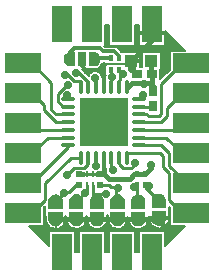
<source format=gtl>
G04 DipTrace 2.4.0.2*
%INPCA9685.gtl*%
%MOMM*%
%ADD10C,0.25*%
%ADD13C,0.152*%
%ADD14C,0.3*%
%ADD15C,0.4*%
%ADD17C,0.305*%
%ADD18C,0.127*%
%ADD19C,0.33*%
%ADD21R,1.1X1.0*%
%ADD22R,0.9X0.7*%
%ADD23R,1.7X1.6*%
%ADD24R,1.7X2.032*%
%ADD25R,1.6X1.7*%
%ADD26R,2.032X1.7*%
%ADD27R,0.7X0.9*%
%ADD29R,0.525X0.5*%
%ADD30R,0.25X0.5*%
%ADD32R,0.4X0.5*%
%ADD37O,1.2X0.3*%
%ADD38O,0.3X1.2*%
%ADD39R,4.15X4.15*%
%ADD40C,0.711*%
%ADD43R,0.737X1.2*%
%ADD44C,0.711*%
%FSLAX53Y53*%
G04*
G71*
G90*
G75*
G01*
%LNTop*%
%LPD*%
X20319Y22833D2*
D10*
X21473D1*
X21536Y22896D1*
X16669Y24533D2*
X16614D1*
Y25119D1*
X16610Y25124D1*
Y25289D1*
X15265Y16203D2*
X14951D1*
X14358Y15611D1*
X14037D1*
X13999Y15573D1*
X13251Y14825D1*
X13999Y15520D2*
Y15573D1*
X16019Y24533D2*
Y24976D1*
X15259Y25737D1*
X15024D1*
X15905Y16203D2*
Y15729D1*
X15897Y15722D1*
X15008Y14832D1*
X15767Y15501D2*
X15897Y15722D1*
X15369Y24533D2*
Y25007D1*
X14853D1*
X14342Y25518D1*
X14034D1*
X16405Y16203D2*
Y15478D1*
Y15157D1*
X16754Y14808D1*
X17501Y15478D2*
X16405D1*
X14319Y23483D2*
Y23720D1*
X14244Y23796D1*
X17040Y16203D2*
X17748D1*
X17944Y16007D1*
X18393D1*
Y14945D1*
X18503Y14835D1*
X18521Y15996D2*
Y16007D1*
X18393D1*
X14319Y22833D2*
X13904D1*
X13433Y23304D1*
Y23889D1*
X14222Y24678D1*
X14283D1*
X20164Y16184D2*
Y16072D1*
Y14906D1*
X20251Y14819D1*
X19889Y16072D2*
X20164D1*
X20319Y23483D2*
X20363D1*
X20677Y23797D1*
X20864Y16184D2*
Y16005D1*
X21999Y14870D1*
X21207Y16141D2*
X20864Y16005D1*
X19269Y24533D2*
D14*
X19412D1*
D15*
X19719Y24840D1*
X20712D1*
X21279D1*
X21536Y24583D1*
Y24196D1*
X21417Y25604D2*
Y24315D1*
X21536Y24196D1*
X21359Y26730D2*
Y25662D1*
X21417Y25604D1*
X20735Y24745D2*
X20712Y24840D1*
X17319Y18533D2*
D14*
Y17587D1*
D15*
Y17383D1*
X17040Y17103D1*
X16730D1*
D10*
X16405D1*
X15905D1*
X15580D1*
D15*
X15265D1*
X17040D2*
X17384D1*
X17754Y16734D1*
X19527D1*
X19919Y17126D1*
X20106D1*
X20164Y17184D1*
X20864D1*
X21309Y17875D2*
Y17628D1*
X20864Y17184D1*
X17919Y20918D2*
Y20933D1*
X17319Y21533D1*
X14319Y22183D2*
D10*
X13302D1*
X12911Y22574D1*
Y24869D1*
X11270Y26510D1*
X14319Y21533D2*
X13271D1*
X12256Y22548D1*
Y22984D1*
X11270Y23970D1*
X14319Y20883D2*
X11817D1*
X11270Y21430D1*
X14319Y20233D2*
X12613D1*
X11270Y18890D1*
X14319Y19583D2*
Y19399D1*
X11270Y16350D1*
X15369Y18533D2*
X14533D1*
X12373Y16374D1*
Y14913D1*
X11270Y13810D1*
X16019Y18533D2*
Y18032D1*
X15636Y17648D1*
X14803D1*
X14214Y17060D1*
X16669Y18533D2*
X16651Y17852D1*
X17969Y18533D2*
Y17626D1*
X18153Y17443D1*
X18619Y18533D2*
Y17983D1*
X18984Y17619D1*
X19655D1*
X20042Y18006D1*
X19971Y18077D1*
X19269Y18533D2*
Y18953D1*
X22056D1*
X22336Y18673D1*
Y17769D1*
X22877Y17229D1*
Y14903D1*
X23970Y13810D1*
X20319Y19583D2*
X22196D1*
X22884Y18895D1*
Y17821D1*
X24356Y16350D1*
X23970D1*
X20319Y20233D2*
X22627D1*
X23970Y18890D1*
X20319Y20883D2*
X23423D1*
X23970Y21430D1*
X20319Y21533D2*
X22150D1*
X22707Y22091D1*
Y22707D1*
X23970Y23970D1*
X20319Y22183D2*
X20992D1*
X21096Y22078D1*
X22028D1*
X22187Y22237D1*
Y24727D1*
X23970Y26510D1*
X18616Y25969D2*
Y25778D1*
X18720Y25673D1*
Y25112D1*
X18593Y24984D1*
Y24533D1*
X18619D1*
X18976Y25608D2*
X18720Y25673D1*
X17916Y25969D2*
Y25348D1*
Y24586D1*
X17969Y24533D1*
X18068Y25348D2*
X17916D1*
X21430Y29050D2*
D15*
Y28501D1*
X19659Y26730D1*
Y26062D1*
X20117Y25604D1*
X13251Y13337D2*
X15001D1*
X15008Y13344D1*
X16729D1*
X16754Y13319D1*
X18475D1*
X18503Y13347D1*
X20235D1*
X20251Y13331D1*
X21948D1*
X21999Y13382D1*
Y13137D1*
X22815Y12321D1*
Y12230D1*
X17319Y24533D2*
D17*
Y25673D1*
X17037Y25955D1*
X15858D1*
X15446Y26367D1*
Y26863D1*
X15506D1*
X17178Y25959D2*
X17319D1*
Y25673D1*
X19757Y26012D2*
D15*
X19659Y26062D1*
Y26730D2*
D13*
Y26467D1*
X17614D1*
X17105Y25959D1*
X17178D1*
X18616Y26969D2*
D17*
Y27161D1*
X18232Y27545D1*
X17248D1*
X16990Y27803D1*
X14841D1*
X14361Y27324D1*
Y26863D1*
X14414D1*
X17916Y26969D2*
X16704D1*
X16598Y26863D1*
D44*
X17178Y25959D3*
X19757Y26012D3*
X20735Y24745D3*
X20677Y23797D3*
X18068Y25348D3*
X18976Y25608D3*
X16610Y25289D3*
X15024Y25737D3*
X14034Y25518D3*
X14244Y23796D3*
X14283Y24678D3*
X14214Y17060D3*
X18153Y17443D3*
X19971Y18077D3*
X16651Y17852D3*
X22815Y12230D3*
X19889Y16072D3*
X21207Y16141D3*
X18521Y15996D3*
X13999Y15520D3*
X15767Y15501D3*
X17501Y15478D3*
X21309Y17875D3*
X17449Y29595D2*
D13*
X17791D1*
X19988D2*
X20330D1*
X17449Y29447D2*
X17791D1*
X19988D2*
X20330D1*
X17449Y29298D2*
X17791D1*
X19988D2*
X20330D1*
X17449Y29149D2*
X17791D1*
X19988D2*
X20330D1*
X22529D2*
X22620D1*
X17449Y29001D2*
X17791D1*
X19988D2*
X20330D1*
X22529D2*
X22769D1*
X17449Y28852D2*
X17791D1*
X19988D2*
X20330D1*
X22529D2*
X22919D1*
X17449Y28703D2*
X17791D1*
X19988D2*
X20330D1*
X22529D2*
X23069D1*
X17449Y28555D2*
X17791D1*
X19988D2*
X20330D1*
X22529D2*
X23216D1*
X17449Y28406D2*
X17791D1*
X19988D2*
X20330D1*
X22529D2*
X23366D1*
X17449Y28257D2*
X17791D1*
X19988D2*
X20330D1*
X22529D2*
X23513D1*
X17449Y28109D2*
X17791D1*
X19988D2*
X20330D1*
X22529D2*
X23662D1*
X17394Y27960D2*
X23812D1*
X18527Y27811D2*
X23959D1*
X18677Y27663D2*
X24109D1*
X18824Y27514D2*
X22921D1*
X20458Y27365D2*
X20561D1*
X22159D2*
X22921D1*
X20458Y27217D2*
X20561D1*
X22159D2*
X22921D1*
X20458Y27068D2*
X20561D1*
X22159D2*
X22921D1*
X20458Y26919D2*
X20561D1*
X22159D2*
X22921D1*
X20458Y26771D2*
X20561D1*
X22159D2*
X22921D1*
X20458Y26622D2*
X20561D1*
X22159D2*
X22921D1*
X17212Y26473D2*
X18860D1*
X20458D2*
X20561D1*
X22159D2*
X22921D1*
X17133Y26325D2*
X17466D1*
X20458D2*
X20561D1*
X22159D2*
X22921D1*
X16941Y26176D2*
X17466D1*
X22159D2*
X22921D1*
X16449Y26027D2*
X17466D1*
X22159D2*
X22921D1*
X15639Y25879D2*
X17466D1*
X22116D2*
X22817D1*
X15789Y25730D2*
X16203D1*
X17017D2*
X17466D1*
X22116D2*
X22667D1*
X15936Y25581D2*
X16084D1*
X17138D2*
X17466D1*
X22116D2*
X22518D1*
X17197Y25433D2*
X17468D1*
X22116D2*
X22370D1*
X22116Y25284D2*
X22221D1*
X12319Y13539D2*
X12403D1*
X12319Y13391D2*
X12403D1*
X12319Y13242D2*
X12403D1*
X12319Y13093D2*
X12431D1*
X14069D2*
X14191D1*
X15825D2*
X15927D1*
X17580D2*
X17687D1*
X19318D2*
X19430D1*
X21073D2*
X21197D1*
X22802D2*
X22921D1*
X12319Y12945D2*
X12490D1*
X14012D2*
X14250D1*
X15765D2*
X15984D1*
X17523D2*
X17746D1*
X19259D2*
X19487D1*
X21016D2*
X21266D1*
X22731D2*
X22921D1*
X12319Y12796D2*
X12593D1*
X13910D2*
X14352D1*
X15663D2*
X16081D1*
X17425D2*
X17851D1*
X19154D2*
X19587D1*
X20914D2*
X21371D1*
X22627D2*
X22921D1*
X11141Y12647D2*
X12728D1*
X13775D2*
X14497D1*
X15518D2*
X16203D1*
X17304D2*
X18000D1*
X19005D2*
X19718D1*
X20786D2*
X21565D1*
X22432D2*
X24099D1*
X11291Y12499D2*
X13141D1*
X13362D2*
X14934D1*
X15081D2*
X16545D1*
X16962D2*
X18449D1*
X18555D2*
X20107D1*
X20394D2*
X23950D1*
X11438Y12350D2*
X23800D1*
X11588Y12201D2*
X12711D1*
X14908D2*
X15250D1*
X17449D2*
X17791D1*
X19988D2*
X20330D1*
X22529D2*
X23653D1*
X11735Y12053D2*
X12711D1*
X14908D2*
X15250D1*
X17449D2*
X17791D1*
X19988D2*
X20330D1*
X22529D2*
X23503D1*
X11884Y11904D2*
X12711D1*
X14908D2*
X15250D1*
X17449D2*
X17791D1*
X19988D2*
X20330D1*
X22529D2*
X23356D1*
X12034Y11755D2*
X12711D1*
X14908D2*
X15250D1*
X17449D2*
X17791D1*
X19988D2*
X20330D1*
X22529D2*
X23206D1*
X12181Y11607D2*
X12711D1*
X14908D2*
X15250D1*
X17449D2*
X17791D1*
X19988D2*
X20330D1*
X22529D2*
X23057D1*
X12331Y11458D2*
X12711D1*
X14908D2*
X15250D1*
X17449D2*
X17791D1*
X19988D2*
X20330D1*
X22529D2*
X22910D1*
X12478Y11309D2*
X12711D1*
X14908D2*
X15250D1*
X17449D2*
X17791D1*
X19988D2*
X20330D1*
X22529D2*
X22760D1*
X12628Y11161D2*
X12711D1*
X14908D2*
X15250D1*
X17449D2*
X17791D1*
X19988D2*
X20330D1*
X22529D2*
X22611D1*
X14908Y11012D2*
X15250D1*
X17449D2*
X17791D1*
X19988D2*
X20330D1*
X14908Y10863D2*
X15250D1*
X17449D2*
X17791D1*
X19988D2*
X20330D1*
X14908Y10715D2*
X15250D1*
X17449D2*
X17791D1*
X19988D2*
X20330D1*
X12417Y13230D2*
Y13580D1*
X12372D1*
Y14404D1*
X12303Y14335D1*
X12304Y12726D1*
X11048D1*
X12725Y11049D1*
X12726Y12304D1*
X14894D1*
Y10577D1*
X15268Y10576D1*
X15266Y10996D1*
Y12304D1*
X17434D1*
Y10577D1*
X17805Y10576D1*
X17806Y11832D1*
Y12304D1*
X19974D1*
Y10577D1*
X20346Y10576D1*
Y12304D1*
X22514D1*
Y11048D1*
X24192Y12725D1*
X22936Y12726D1*
Y14339D1*
X22902Y14371D1*
Y13723D1*
X22890D1*
X22889Y13558D1*
X22834D1*
X22833Y13244D1*
X22821Y13185D1*
X22746Y12990D1*
X22626Y12816D1*
X22561Y12731D1*
X22512Y12695D1*
X22276Y12578D1*
X22180Y12558D1*
X22010Y12530D1*
X21943Y12536D1*
X21728Y12576D1*
X21640Y12617D1*
X21468Y12705D1*
X21423Y12746D1*
X21267Y12965D1*
X21239Y13019D1*
X21171Y13206D1*
X21165Y13275D1*
Y13558D1*
X21149Y13535D1*
X21085D1*
Y13194D1*
X21073Y13134D1*
X20998Y12939D1*
X20878Y12765D1*
X20813Y12680D1*
X20765Y12644D1*
X20528Y12528D1*
X20432Y12508D1*
X20262Y12479D1*
X20195Y12485D1*
X19981Y12526D1*
X19892Y12567D1*
X19720Y12655D1*
X19675Y12695D1*
X19519Y12915D1*
X19491Y12968D1*
X19423Y13156D1*
X19417Y13224D1*
Y13536D1*
X19338Y13535D1*
X19337Y13326D1*
X19332Y13179D1*
X19317Y13128D1*
X19249Y12955D1*
X19130Y12781D1*
X19065Y12696D1*
X19016Y12660D1*
X18779Y12544D1*
X18684Y12524D1*
X18514Y12495D1*
X18447Y12501D1*
X18232Y12542D1*
X18144Y12583D1*
X17972Y12671D1*
X17926Y12711D1*
X17771Y12931D1*
X17743Y12984D1*
X17675Y13172D1*
X17669Y13240D1*
Y13581D1*
X17659Y13580D1*
X17657Y13661D1*
X17626D1*
X17624Y13580D1*
X17589D1*
X17587Y13182D1*
X17575Y13123D1*
X17500Y12927D1*
X17381Y12754D1*
X17316Y12668D1*
X17267Y12632D1*
X17030Y12516D1*
X16935Y12496D1*
X16764Y12468D1*
X16698Y12474D1*
X16483Y12514D1*
X16395Y12555D1*
X16223Y12643D1*
X16177Y12683D1*
X16022Y12903D1*
X15994Y12957D1*
X15926Y13144D1*
X15920Y13212D1*
Y13581D1*
X15844Y13580D1*
X15842Y13429D1*
X15840Y13191D1*
X15822Y13125D1*
X15755Y12952D1*
X15635Y12778D1*
X15570Y12693D1*
X15521Y12657D1*
X15285Y12540D1*
X15189Y12520D1*
X15019Y12492D1*
X14952Y12498D1*
X14737Y12538D1*
X14649Y12579D1*
X14477Y12667D1*
X14431Y12708D1*
X14276Y12927D1*
X14248Y12981D1*
X14180Y13168D1*
X14174Y13237D1*
Y13580D1*
X14112Y13582D1*
X14086Y13580D1*
X14085Y13200D1*
X14073Y13140D1*
X13998Y12945D1*
X13878Y12771D1*
X13813Y12686D1*
X13765Y12650D1*
X13528Y12534D1*
X13432Y12514D1*
X13262Y12485D1*
X13195Y12491D1*
X12981Y12532D1*
X12892Y12573D1*
X12720Y12661D1*
X12675Y12701D1*
X12519Y12921D1*
X12491Y12974D1*
X12423Y13162D1*
X12417Y13225D1*
Y13230D1*
X18890Y27464D2*
X20443D1*
Y26188D1*
X20575D1*
Y27464D1*
X22143D1*
Y25996D1*
X22103D1*
X22101Y25276D1*
Y25150D1*
X22936Y25983D1*
Y27594D1*
X24192D1*
X22515Y29272D1*
X22514Y28016D1*
X20346D1*
Y29744D1*
X19972D1*
X19974Y29324D1*
Y28016D1*
X17806D1*
Y29743D1*
X17435Y29744D1*
X17434Y28488D1*
Y28016D1*
X17322D1*
X17409Y27931D1*
X18232Y27932D1*
X18308Y27924D1*
X18381Y27902D1*
X18447Y27866D1*
X18506Y27818D1*
X18870Y27454D1*
X18875Y27464D1*
X18890D1*
X18875Y26453D2*
Y26485D1*
X18866Y26453D1*
X18873D1*
X18822Y26485D1*
X18182Y26487D1*
X18122Y26485D1*
X17482D1*
Y26582D1*
X17249D1*
X17139Y26358D1*
X17102Y26305D1*
X17001Y26228D1*
X16857Y26127D1*
X16740Y26077D1*
X16651Y26044D1*
X16569Y26029D1*
X16434D1*
Y25960D1*
X15578D1*
X15576Y26029D1*
X15536D1*
X15577Y25942D1*
X15583Y25921D1*
X16045Y25459D1*
X16083Y25555D1*
X16122Y25620D1*
X16168Y25680D1*
X16222Y25734D1*
X16283Y25780D1*
X16348Y25818D1*
X16418Y25847D1*
X16492Y25867D1*
X16567Y25877D1*
X16643Y25878D1*
X16718Y25869D1*
X16792Y25850D1*
X16863Y25822D1*
X16929Y25785D1*
X16990Y25740D1*
X17045Y25687D1*
X17092Y25628D1*
X17132Y25563D1*
X17163Y25494D1*
X17185Y25421D1*
X17199Y25348D1*
X17273Y25364D1*
X17349Y25366D1*
X17423Y25353D1*
X17479Y25332D1*
X17480Y25396D1*
X17496Y25487D1*
X17482Y25485D1*
Y26453D1*
X18350Y26451D1*
X18410Y26453D1*
X18866D1*
X13251Y13337D2*
D18*
Y12485D1*
X14174Y13344D2*
D19*
X15842D1*
X15920Y13319D2*
X17588D1*
X17669Y13347D2*
X19337D1*
X19417Y13331D2*
X21085D1*
X21165Y13382D2*
X22833D1*
X19659Y26730D2*
X20443D1*
X20346Y29050D2*
X22514D1*
G36*
X12651Y13215D2*
Y13955D1*
X13851D1*
Y13215D1*
X13791Y13055D1*
X13651Y12855D1*
X13451Y12755D1*
X13251Y12719D1*
X13051Y12755D1*
X12851Y12855D1*
X12711Y13055D1*
X12651Y13215D1*
G37*
G36*
X13851Y14948D2*
Y14208D1*
X12651D1*
Y14948D1*
X12711Y15108D1*
X12851Y15308D1*
X13051Y15408D1*
X13251Y15443D1*
X13451Y15408D1*
X13651Y15308D1*
X13791Y15108D1*
X13851Y14948D1*
G37*
G36*
X14408Y13221D2*
Y13961D1*
X15608D1*
Y13221D1*
X15548Y13061D1*
X15408Y12861D1*
X15208Y12761D1*
X15008Y12726D1*
X14808Y12761D1*
X14608Y12861D1*
X14468Y13061D1*
X14408Y13221D1*
G37*
G36*
X15608Y14954D2*
Y14214D1*
X14408D1*
Y14954D1*
X14468Y15114D1*
X14608Y15314D1*
X14808Y15414D1*
X15008Y15450D1*
X15208Y15414D1*
X15408Y15314D1*
X15548Y15114D1*
X15608Y14954D1*
G37*
G36*
X16154Y13197D2*
Y13937D1*
X17354D1*
Y13197D1*
X17294Y13037D1*
X17154Y12837D1*
X16954Y12737D1*
X16754Y12702D1*
X16554Y12737D1*
X16354Y12837D1*
X16214Y13037D1*
X16154Y13197D1*
G37*
G36*
X17354Y14930D2*
Y14190D1*
X16154D1*
Y14930D1*
X16214Y15090D1*
X16354Y15290D1*
X16554Y15390D1*
X16754Y15426D1*
X16954Y15390D1*
X17154Y15290D1*
X17294Y15090D1*
X17354Y14930D1*
G37*
G36*
X17903Y13225D2*
Y13965D1*
X19103D1*
Y13225D1*
X19043Y13065D1*
X18903Y12865D1*
X18703Y12765D1*
X18503Y12729D1*
X18303Y12765D1*
X18103Y12865D1*
X17963Y13065D1*
X17903Y13225D1*
G37*
G36*
X19103Y14958D2*
Y14218D1*
X17903D1*
Y14958D1*
X17963Y15118D1*
X18103Y15318D1*
X18303Y15418D1*
X18503Y15453D1*
X18703Y15418D1*
X18903Y15318D1*
X19043Y15118D1*
X19103Y14958D1*
G37*
G36*
X19651Y13209D2*
Y13949D1*
X20851D1*
Y13209D1*
X20791Y13049D1*
X20651Y12849D1*
X20451Y12749D1*
X20251Y12713D1*
X20051Y12749D1*
X19851Y12849D1*
X19711Y13049D1*
X19651Y13209D1*
G37*
G36*
X20851Y14942D2*
Y14202D1*
X19651D1*
Y14942D1*
X19711Y15102D1*
X19851Y15302D1*
X20051Y15402D1*
X20251Y15437D1*
X20451Y15402D1*
X20651Y15302D1*
X20791Y15102D1*
X20851Y14942D1*
G37*
G36*
X21399Y13260D2*
Y13999D1*
X22599D1*
Y13260D1*
X22539Y13100D1*
X22399Y12900D1*
X22199Y12800D1*
X21999Y12764D1*
X21799Y12800D1*
X21599Y12900D1*
X21459Y13100D1*
X21399Y13260D1*
G37*
G36*
X22599Y14992D2*
Y14252D1*
X21399D1*
Y14992D1*
X21459Y15152D1*
X21599Y15352D1*
X21799Y15452D1*
X21999Y15488D1*
X22199Y15452D1*
X22399Y15352D1*
X22539Y15152D1*
X22599Y14992D1*
G37*
D21*
X19659Y26730D3*
X21359D3*
D22*
X20117Y25604D3*
X21417D3*
D23*
X21430Y29050D3*
X18890D3*
X16350D3*
X13810D3*
D24*
X21430Y30320D3*
X18890D3*
X16350D3*
X13810D3*
D23*
Y11270D3*
X16350D3*
X18890D3*
X21430D3*
D24*
X13810Y10000D3*
X16350D3*
X18890D3*
X21430D3*
D25*
X11270Y26510D3*
Y23970D3*
Y21430D3*
Y18890D3*
Y16350D3*
Y13810D3*
D26*
X10000Y26510D3*
Y23970D3*
Y21430D3*
Y18890D3*
Y16350D3*
Y13810D3*
D25*
X23970D3*
Y16350D3*
Y18890D3*
Y21430D3*
Y23970D3*
Y26510D3*
D26*
X25240Y13810D3*
Y16350D3*
Y18890D3*
Y21430D3*
Y23970D3*
Y26510D3*
D27*
X21536Y24196D3*
Y22896D3*
D29*
X15265Y16203D3*
D30*
X15905D3*
X16405D3*
D29*
X17040D3*
Y17103D3*
D30*
X16405D3*
X15905D3*
D29*
X15265D3*
D32*
X20164Y16184D3*
X20864D3*
Y17184D3*
X20164D3*
X18616Y26969D3*
X17916D3*
Y25969D3*
X18616D3*
D37*
X14319Y23483D3*
Y22833D3*
Y22183D3*
Y21533D3*
Y20883D3*
Y20233D3*
Y19583D3*
D38*
X15369Y18533D3*
X16019D3*
X16669D3*
X17319D3*
X17969D3*
X18619D3*
X19269D3*
D37*
X20319Y19583D3*
Y20233D3*
Y20883D3*
Y21533D3*
Y22183D3*
Y22833D3*
Y23483D3*
D38*
X19269Y24533D3*
X18619D3*
X17969D3*
X17319D3*
X16669D3*
X16019D3*
X15369D3*
D39*
X17319Y21533D3*
D40*
X18984Y19868D3*
X18969Y20918D3*
X16719Y19883D3*
X15669Y20948D3*
X17934Y19883D3*
X15669D3*
X16689Y20933D3*
X17919Y20918D3*
X18969Y22133D3*
X18984Y23183D3*
X16704Y22133D3*
X15669Y23183D3*
X17904Y22133D3*
X15684D3*
X16719Y23183D3*
X17904D3*
G36*
X16569Y26263D2*
X16129D1*
Y27463D1*
X16569D1*
X16729Y27403D1*
X16929Y27263D1*
X17029Y27063D1*
X17067Y26863D1*
X17029Y26663D1*
X16929Y26463D1*
X16729Y26323D1*
X16569Y26263D1*
G37*
G36*
X14443Y27463D2*
X14883D1*
Y26263D1*
X14443D1*
X14283Y26323D1*
X14083Y26463D1*
X13983Y26663D1*
X13945Y26863D1*
X13983Y27063D1*
X14083Y27263D1*
X14283Y27403D1*
X14443Y27463D1*
G37*
D43*
X15506Y26863D3*
M02*

</source>
